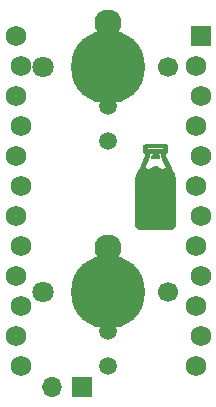
<source format=gbr>
%TF.GenerationSoftware,KiCad,Pcbnew,(7.0.0-0)*%
%TF.CreationDate,2023-02-20T11:28:14-08:00*%
%TF.ProjectId,choc_milk_keyboard,63686f63-5f6d-4696-9c6b-5f6b6579626f,rev?*%
%TF.SameCoordinates,Original*%
%TF.FileFunction,Soldermask,Top*%
%TF.FilePolarity,Negative*%
%FSLAX46Y46*%
G04 Gerber Fmt 4.6, Leading zero omitted, Abs format (unit mm)*
G04 Created by KiCad (PCBNEW (7.0.0-0)) date 2023-02-20 11:28:14*
%MOMM*%
%LPD*%
G01*
G04 APERTURE LIST*
%ADD10C,0.200000*%
%ADD11C,1.700000*%
%ADD12C,6.250000*%
%ADD13C,2.300000*%
%ADD14C,1.800000*%
%ADD15R,1.700000X1.700000*%
%ADD16O,1.700000X1.700000*%
%ADD17C,1.500000*%
%ADD18R,1.752600X1.752600*%
%ADD19C,1.752600*%
G04 APERTURE END LIST*
%TO.C,REF\u002A\u002A*%
G36*
X89226445Y-116982145D02*
G01*
X89232252Y-116982587D01*
X89237974Y-116983314D01*
X89243604Y-116984319D01*
X89249136Y-116985595D01*
X89254562Y-116987136D01*
X89259875Y-116988933D01*
X89265067Y-116990980D01*
X89270132Y-116993269D01*
X89275062Y-116995794D01*
X89279850Y-116998547D01*
X89284489Y-117001520D01*
X89288972Y-117004708D01*
X89293292Y-117008102D01*
X89297440Y-117011695D01*
X89301412Y-117015481D01*
X89305198Y-117019452D01*
X89308791Y-117023600D01*
X89312186Y-117027919D01*
X89315374Y-117032402D01*
X89318348Y-117037041D01*
X89321101Y-117041830D01*
X89323626Y-117046760D01*
X89325916Y-117051825D01*
X89327964Y-117057017D01*
X89329761Y-117062331D01*
X89331302Y-117067757D01*
X89332579Y-117073289D01*
X89333584Y-117078921D01*
X89334312Y-117084644D01*
X89334753Y-117090452D01*
X89334902Y-117096337D01*
X89334753Y-117102222D01*
X89334312Y-117108030D01*
X89333584Y-117113753D01*
X89332579Y-117119384D01*
X89331302Y-117124917D01*
X89329761Y-117130343D01*
X89327964Y-117135656D01*
X89325916Y-117140849D01*
X89323626Y-117145914D01*
X89321101Y-117150844D01*
X89318348Y-117155632D01*
X89315374Y-117160271D01*
X89312186Y-117164754D01*
X89308791Y-117169073D01*
X89305198Y-117173222D01*
X89301412Y-117177193D01*
X89297440Y-117180978D01*
X89293292Y-117184572D01*
X89288972Y-117187966D01*
X89284489Y-117191153D01*
X89279850Y-117194127D01*
X89275062Y-117196880D01*
X89270132Y-117199404D01*
X89265067Y-117201694D01*
X89259875Y-117203741D01*
X89254562Y-117205538D01*
X89249136Y-117207078D01*
X89243604Y-117208355D01*
X89237974Y-117209360D01*
X89232252Y-117210087D01*
X89226445Y-117210529D01*
X89220561Y-117210677D01*
X88789437Y-117210677D01*
X88783553Y-117210529D01*
X88777747Y-117210087D01*
X88772024Y-117209360D01*
X88766394Y-117208355D01*
X88760862Y-117207078D01*
X88755436Y-117205538D01*
X88750124Y-117203741D01*
X88744931Y-117201694D01*
X88739867Y-117199404D01*
X88734936Y-117196880D01*
X88730148Y-117194127D01*
X88725509Y-117191153D01*
X88721026Y-117187966D01*
X88716707Y-117184572D01*
X88712558Y-117180978D01*
X88708587Y-117177193D01*
X88704801Y-117173222D01*
X88701207Y-117169073D01*
X88697812Y-117164754D01*
X88694625Y-117160271D01*
X88691650Y-117155632D01*
X88688897Y-117150844D01*
X88686372Y-117145914D01*
X88684082Y-117140849D01*
X88682035Y-117135656D01*
X88680237Y-117130343D01*
X88678696Y-117124917D01*
X88677419Y-117119384D01*
X88676414Y-117113753D01*
X88675687Y-117108030D01*
X88675245Y-117102222D01*
X88675096Y-117096337D01*
X88675245Y-117090452D01*
X88675687Y-117084644D01*
X88676414Y-117078921D01*
X88677419Y-117073289D01*
X88678696Y-117067757D01*
X88680237Y-117062331D01*
X88682035Y-117057017D01*
X88684082Y-117051825D01*
X88686372Y-117046760D01*
X88688897Y-117041830D01*
X88691650Y-117037041D01*
X88694625Y-117032402D01*
X88697812Y-117027919D01*
X88701207Y-117023600D01*
X88704801Y-117019452D01*
X88708587Y-117015481D01*
X88712558Y-117011695D01*
X88716707Y-117008102D01*
X88721026Y-117004708D01*
X88725509Y-117001520D01*
X88730148Y-116998547D01*
X88734936Y-116995794D01*
X88739867Y-116993269D01*
X88744931Y-116990980D01*
X88750124Y-116988933D01*
X88755436Y-116987136D01*
X88760862Y-116985595D01*
X88766394Y-116984319D01*
X88772024Y-116983314D01*
X88777747Y-116982587D01*
X88783553Y-116982145D01*
X88789437Y-116981996D01*
X89220561Y-116981996D01*
X89226445Y-116982145D01*
G37*
D10*
X89226445Y-116982145D02*
X89232252Y-116982587D01*
X89237974Y-116983314D01*
X89243604Y-116984319D01*
X89249136Y-116985595D01*
X89254562Y-116987136D01*
X89259875Y-116988933D01*
X89265067Y-116990980D01*
X89270132Y-116993269D01*
X89275062Y-116995794D01*
X89279850Y-116998547D01*
X89284489Y-117001520D01*
X89288972Y-117004708D01*
X89293292Y-117008102D01*
X89297440Y-117011695D01*
X89301412Y-117015481D01*
X89305198Y-117019452D01*
X89308791Y-117023600D01*
X89312186Y-117027919D01*
X89315374Y-117032402D01*
X89318348Y-117037041D01*
X89321101Y-117041830D01*
X89323626Y-117046760D01*
X89325916Y-117051825D01*
X89327964Y-117057017D01*
X89329761Y-117062331D01*
X89331302Y-117067757D01*
X89332579Y-117073289D01*
X89333584Y-117078921D01*
X89334312Y-117084644D01*
X89334753Y-117090452D01*
X89334902Y-117096337D01*
X89334753Y-117102222D01*
X89334312Y-117108030D01*
X89333584Y-117113753D01*
X89332579Y-117119384D01*
X89331302Y-117124917D01*
X89329761Y-117130343D01*
X89327964Y-117135656D01*
X89325916Y-117140849D01*
X89323626Y-117145914D01*
X89321101Y-117150844D01*
X89318348Y-117155632D01*
X89315374Y-117160271D01*
X89312186Y-117164754D01*
X89308791Y-117169073D01*
X89305198Y-117173222D01*
X89301412Y-117177193D01*
X89297440Y-117180978D01*
X89293292Y-117184572D01*
X89288972Y-117187966D01*
X89284489Y-117191153D01*
X89279850Y-117194127D01*
X89275062Y-117196880D01*
X89270132Y-117199404D01*
X89265067Y-117201694D01*
X89259875Y-117203741D01*
X89254562Y-117205538D01*
X89249136Y-117207078D01*
X89243604Y-117208355D01*
X89237974Y-117209360D01*
X89232252Y-117210087D01*
X89226445Y-117210529D01*
X89220561Y-117210677D01*
X88789437Y-117210677D01*
X88783553Y-117210529D01*
X88777747Y-117210087D01*
X88772024Y-117209360D01*
X88766394Y-117208355D01*
X88760862Y-117207078D01*
X88755436Y-117205538D01*
X88750124Y-117203741D01*
X88744931Y-117201694D01*
X88739867Y-117199404D01*
X88734936Y-117196880D01*
X88730148Y-117194127D01*
X88725509Y-117191153D01*
X88721026Y-117187966D01*
X88716707Y-117184572D01*
X88712558Y-117180978D01*
X88708587Y-117177193D01*
X88704801Y-117173222D01*
X88701207Y-117169073D01*
X88697812Y-117164754D01*
X88694625Y-117160271D01*
X88691650Y-117155632D01*
X88688897Y-117150844D01*
X88686372Y-117145914D01*
X88684082Y-117140849D01*
X88682035Y-117135656D01*
X88680237Y-117130343D01*
X88678696Y-117124917D01*
X88677419Y-117119384D01*
X88676414Y-117113753D01*
X88675687Y-117108030D01*
X88675245Y-117102222D01*
X88675096Y-117096337D01*
X88675245Y-117090452D01*
X88675687Y-117084644D01*
X88676414Y-117078921D01*
X88677419Y-117073289D01*
X88678696Y-117067757D01*
X88680237Y-117062331D01*
X88682035Y-117057017D01*
X88684082Y-117051825D01*
X88686372Y-117046760D01*
X88688897Y-117041830D01*
X88691650Y-117037041D01*
X88694625Y-117032402D01*
X88697812Y-117027919D01*
X88701207Y-117023600D01*
X88704801Y-117019452D01*
X88708587Y-117015481D01*
X88712558Y-117011695D01*
X88716707Y-117008102D01*
X88721026Y-117004708D01*
X88725509Y-117001520D01*
X88730148Y-116998547D01*
X88734936Y-116995794D01*
X88739867Y-116993269D01*
X88744931Y-116990980D01*
X88750124Y-116988933D01*
X88755436Y-116987136D01*
X88760862Y-116985595D01*
X88766394Y-116984319D01*
X88772024Y-116983314D01*
X88777747Y-116982587D01*
X88783553Y-116982145D01*
X88789437Y-116981996D01*
X89220561Y-116981996D01*
X89226445Y-116982145D01*
G36*
X88065523Y-116181478D02*
G01*
X88065671Y-116175593D01*
X88066112Y-116169787D01*
X88066837Y-116164065D01*
X88067840Y-116158436D01*
X88069114Y-116152907D01*
X88070651Y-116147484D01*
X88072445Y-116142175D01*
X88074488Y-116136987D01*
X88076772Y-116131927D01*
X88079292Y-116127002D01*
X88082040Y-116122219D01*
X88085008Y-116117586D01*
X88088190Y-116113110D01*
X88091578Y-116108796D01*
X88095166Y-116104654D01*
X88098945Y-116100690D01*
X88102910Y-116096911D01*
X88107053Y-116093323D01*
X88111366Y-116089936D01*
X88115843Y-116086754D01*
X88120476Y-116083786D01*
X88125259Y-116081039D01*
X88130184Y-116078520D01*
X88135243Y-116076235D01*
X88140431Y-116074193D01*
X88145740Y-116072400D01*
X88151162Y-116070863D01*
X88156691Y-116069590D01*
X88162319Y-116068587D01*
X88168039Y-116067862D01*
X88173844Y-116067421D01*
X88179728Y-116067273D01*
X89830273Y-116067273D01*
X89836156Y-116067421D01*
X89841962Y-116067862D01*
X89847682Y-116068587D01*
X89853310Y-116069590D01*
X89858839Y-116070863D01*
X89864261Y-116072400D01*
X89869570Y-116074193D01*
X89874757Y-116076235D01*
X89879817Y-116078520D01*
X89884742Y-116081039D01*
X89889525Y-116083786D01*
X89894158Y-116086754D01*
X89898635Y-116089936D01*
X89902948Y-116093323D01*
X89907091Y-116096911D01*
X89911055Y-116100690D01*
X89914835Y-116104654D01*
X89918422Y-116108796D01*
X89921811Y-116113110D01*
X89924993Y-116117586D01*
X89927961Y-116122219D01*
X89930709Y-116127002D01*
X89933228Y-116131927D01*
X89935513Y-116136987D01*
X89937556Y-116142175D01*
X89939350Y-116147484D01*
X89940887Y-116152907D01*
X89942161Y-116158436D01*
X89943164Y-116164065D01*
X89943889Y-116169787D01*
X89944329Y-116175593D01*
X89944478Y-116181478D01*
X89944478Y-116638814D01*
X89944329Y-116644700D01*
X89943889Y-116650511D01*
X89943164Y-116656240D01*
X89942161Y-116661878D01*
X89940887Y-116667419D01*
X89939350Y-116672856D01*
X89937556Y-116678180D01*
X89935513Y-116683386D01*
X89933228Y-116688465D01*
X89930709Y-116693410D01*
X89927961Y-116698214D01*
X89924993Y-116702869D01*
X89921811Y-116707369D01*
X89918422Y-116711706D01*
X89914835Y-116715872D01*
X89911055Y-116719861D01*
X89907091Y-116723664D01*
X89902948Y-116727275D01*
X89898635Y-116730687D01*
X89894158Y-116733891D01*
X89889525Y-116736881D01*
X89884742Y-116739650D01*
X89879817Y-116742190D01*
X89874757Y-116744493D01*
X89869570Y-116746553D01*
X89864261Y-116748361D01*
X89858839Y-116749912D01*
X89853310Y-116751197D01*
X89847682Y-116752209D01*
X89841962Y-116752942D01*
X89836156Y-116753386D01*
X89830273Y-116753536D01*
X89792033Y-116753536D01*
X89792033Y-117069279D01*
X90483980Y-118440255D01*
X90499491Y-118472663D01*
X90514511Y-118507349D01*
X90528969Y-118544021D01*
X90542796Y-118582387D01*
X90555920Y-118622155D01*
X90568272Y-118663034D01*
X90579781Y-118704730D01*
X90590377Y-118746952D01*
X90599990Y-118789409D01*
X90608549Y-118831808D01*
X90615985Y-118873857D01*
X90622226Y-118915265D01*
X90627202Y-118955739D01*
X90630844Y-118994988D01*
X90633080Y-119032719D01*
X90633842Y-119068640D01*
X90633842Y-122813115D01*
X90633295Y-122834657D01*
X90631675Y-122855922D01*
X90629006Y-122876883D01*
X90625316Y-122897514D01*
X90620630Y-122917789D01*
X90614976Y-122937679D01*
X90608380Y-122957159D01*
X90600868Y-122976202D01*
X90592466Y-122994781D01*
X90583203Y-123012870D01*
X90573103Y-123030441D01*
X90562193Y-123047469D01*
X90550500Y-123063926D01*
X90538050Y-123079786D01*
X90524870Y-123095022D01*
X90510986Y-123109608D01*
X90496425Y-123123516D01*
X90481213Y-123136721D01*
X90465377Y-123149195D01*
X90448943Y-123160911D01*
X90431938Y-123171844D01*
X90414388Y-123181965D01*
X90396319Y-123191250D01*
X90377759Y-123199671D01*
X90358733Y-123207200D01*
X90339268Y-123213813D01*
X90319391Y-123219481D01*
X90299128Y-123224179D01*
X90278505Y-123227879D01*
X90257550Y-123230555D01*
X90236288Y-123232180D01*
X90214746Y-123232727D01*
X87795255Y-123232727D01*
X87773713Y-123232180D01*
X87752451Y-123230555D01*
X87731496Y-123227879D01*
X87710873Y-123224179D01*
X87690610Y-123219481D01*
X87670733Y-123213813D01*
X87651268Y-123207200D01*
X87632242Y-123199671D01*
X87613682Y-123191250D01*
X87595613Y-123181965D01*
X87578063Y-123171844D01*
X87561058Y-123160911D01*
X87544624Y-123149195D01*
X87528787Y-123136721D01*
X87513576Y-123123516D01*
X87499014Y-123109608D01*
X87485131Y-123095022D01*
X87471951Y-123079786D01*
X87459501Y-123063926D01*
X87447808Y-123047469D01*
X87436898Y-123030441D01*
X87426798Y-123012870D01*
X87417534Y-122994781D01*
X87409133Y-122976202D01*
X87401621Y-122957159D01*
X87395025Y-122937679D01*
X87389371Y-122917789D01*
X87384685Y-122897514D01*
X87380995Y-122876883D01*
X87378326Y-122855922D01*
X87376705Y-122834657D01*
X87376159Y-122813115D01*
X87376159Y-119068640D01*
X87376920Y-119032716D01*
X87379157Y-118994983D01*
X87382798Y-118955734D01*
X87387775Y-118915259D01*
X87394016Y-118873851D01*
X87401451Y-118831801D01*
X87410011Y-118789403D01*
X87419624Y-118746947D01*
X87430220Y-118704725D01*
X87441729Y-118663030D01*
X87454081Y-118622152D01*
X87467205Y-118582385D01*
X87481032Y-118544020D01*
X87495490Y-118507348D01*
X87510510Y-118472663D01*
X87526021Y-118440255D01*
X87743281Y-118009790D01*
X87998860Y-118009790D01*
X88014046Y-118014993D01*
X88028685Y-118020552D01*
X88042801Y-118026433D01*
X88056418Y-118032605D01*
X88069560Y-118039034D01*
X88082249Y-118045686D01*
X88094511Y-118052530D01*
X88106369Y-118059532D01*
X88117847Y-118066659D01*
X88128968Y-118073877D01*
X88150237Y-118088459D01*
X88170366Y-118103014D01*
X88189546Y-118117277D01*
X88214274Y-118135601D01*
X88238170Y-118152334D01*
X88250095Y-118160022D01*
X88262159Y-118167213D01*
X88274478Y-118173875D01*
X88287167Y-118179976D01*
X88300342Y-118185481D01*
X88314119Y-118190359D01*
X88328613Y-118194577D01*
X88343940Y-118198101D01*
X88360215Y-118200900D01*
X88377555Y-118202939D01*
X88396074Y-118204187D01*
X88415889Y-118204610D01*
X88435698Y-118204187D01*
X88454201Y-118202939D01*
X88471515Y-118200900D01*
X88487758Y-118198101D01*
X88503045Y-118194577D01*
X88517496Y-118190359D01*
X88531226Y-118185481D01*
X88544352Y-118179976D01*
X88556993Y-118173875D01*
X88569266Y-118167213D01*
X88581286Y-118160022D01*
X88593172Y-118152334D01*
X88605041Y-118144183D01*
X88617010Y-118135601D01*
X88641715Y-118117277D01*
X88672465Y-118094570D01*
X88705828Y-118071545D01*
X88723735Y-118060236D01*
X88742592Y-118049234D01*
X88762495Y-118038669D01*
X88783545Y-118028668D01*
X88805838Y-118019361D01*
X88829474Y-118010877D01*
X88854551Y-118003345D01*
X88881168Y-117996893D01*
X88909423Y-117991651D01*
X88939414Y-117987747D01*
X88971241Y-117985310D01*
X89005000Y-117984469D01*
X89022127Y-117984682D01*
X89038758Y-117985309D01*
X89054905Y-117986336D01*
X89070582Y-117987746D01*
X89085800Y-117989522D01*
X89100572Y-117991649D01*
X89114910Y-117994111D01*
X89128826Y-117996891D01*
X89142333Y-117999973D01*
X89155443Y-118003342D01*
X89180520Y-118010873D01*
X89204157Y-118019356D01*
X89226451Y-118028662D01*
X89247501Y-118038662D01*
X89267405Y-118049228D01*
X89286262Y-118060229D01*
X89304171Y-118071539D01*
X89321229Y-118083027D01*
X89337535Y-118094566D01*
X89368286Y-118117277D01*
X89393010Y-118135597D01*
X89416905Y-118152327D01*
X89428831Y-118160015D01*
X89440896Y-118167206D01*
X89453216Y-118173869D01*
X89465907Y-118179970D01*
X89479083Y-118185476D01*
X89492861Y-118190355D01*
X89507356Y-118194574D01*
X89522684Y-118198099D01*
X89538959Y-118200898D01*
X89556298Y-118202939D01*
X89574816Y-118204187D01*
X89594628Y-118204610D01*
X89614435Y-118204187D01*
X89632937Y-118202939D01*
X89650250Y-118200898D01*
X89666493Y-118198099D01*
X89681781Y-118194574D01*
X89696232Y-118190355D01*
X89709963Y-118185476D01*
X89723092Y-118179970D01*
X89735734Y-118173869D01*
X89748007Y-118167206D01*
X89760029Y-118160015D01*
X89771916Y-118152327D01*
X89783784Y-118144177D01*
X89795753Y-118135597D01*
X89820454Y-118117277D01*
X89839631Y-118103014D01*
X89859759Y-118088459D01*
X89881030Y-118073877D01*
X89903632Y-118059532D01*
X89915491Y-118052530D01*
X89927754Y-118045686D01*
X89940445Y-118039034D01*
X89953587Y-118032605D01*
X89967204Y-118026433D01*
X89981319Y-118020552D01*
X89995957Y-118014993D01*
X90011141Y-118009790D01*
X89576025Y-117147827D01*
X89574557Y-117144811D01*
X89573176Y-117141754D01*
X89571885Y-117138659D01*
X89570685Y-117135529D01*
X89569575Y-117132367D01*
X89568557Y-117129174D01*
X89567631Y-117125954D01*
X89566799Y-117122709D01*
X89566062Y-117119442D01*
X89565420Y-117116154D01*
X89564875Y-117112849D01*
X89564426Y-117109529D01*
X89564076Y-117106197D01*
X89563825Y-117102855D01*
X89563673Y-117099505D01*
X89563623Y-117096151D01*
X89563623Y-116753536D01*
X88446378Y-116753536D01*
X88446378Y-117096151D01*
X88446327Y-117099505D01*
X88446176Y-117102855D01*
X88445925Y-117106197D01*
X88445574Y-117109529D01*
X88445126Y-117112849D01*
X88444580Y-117116154D01*
X88443938Y-117119442D01*
X88443201Y-117122709D01*
X88442369Y-117125954D01*
X88441444Y-117129174D01*
X88440426Y-117132367D01*
X88439316Y-117135529D01*
X88438115Y-117138659D01*
X88436824Y-117141754D01*
X88435444Y-117144811D01*
X88433976Y-117147827D01*
X87998860Y-118009790D01*
X87743281Y-118009790D01*
X88217968Y-117069279D01*
X88217968Y-116753536D01*
X88179728Y-116753536D01*
X88173844Y-116753386D01*
X88168039Y-116752942D01*
X88162319Y-116752209D01*
X88156691Y-116751197D01*
X88151162Y-116749912D01*
X88145740Y-116748361D01*
X88140431Y-116746553D01*
X88135243Y-116744493D01*
X88130184Y-116742190D01*
X88125259Y-116739650D01*
X88120476Y-116736881D01*
X88115843Y-116733891D01*
X88111366Y-116730687D01*
X88107053Y-116727275D01*
X88102910Y-116723664D01*
X88098945Y-116719861D01*
X88095166Y-116715872D01*
X88091578Y-116711706D01*
X88088190Y-116707369D01*
X88085008Y-116702869D01*
X88082040Y-116698214D01*
X88079292Y-116693410D01*
X88076772Y-116688465D01*
X88074488Y-116683386D01*
X88072445Y-116678180D01*
X88070651Y-116672856D01*
X88069114Y-116667419D01*
X88067840Y-116661878D01*
X88066837Y-116656240D01*
X88066112Y-116650511D01*
X88065671Y-116644700D01*
X88065523Y-116638814D01*
X88065523Y-116524609D01*
X88065523Y-116296200D01*
X88293933Y-116296200D01*
X88293933Y-116524609D01*
X89716068Y-116524609D01*
X89716068Y-116296200D01*
X88293933Y-116296200D01*
X88065523Y-116296200D01*
X88065523Y-116181478D01*
G37*
X88065523Y-116181478D02*
X88065671Y-116175593D01*
X88066112Y-116169787D01*
X88066837Y-116164065D01*
X88067840Y-116158436D01*
X88069114Y-116152907D01*
X88070651Y-116147484D01*
X88072445Y-116142175D01*
X88074488Y-116136987D01*
X88076772Y-116131927D01*
X88079292Y-116127002D01*
X88082040Y-116122219D01*
X88085008Y-116117586D01*
X88088190Y-116113110D01*
X88091578Y-116108796D01*
X88095166Y-116104654D01*
X88098945Y-116100690D01*
X88102910Y-116096911D01*
X88107053Y-116093323D01*
X88111366Y-116089936D01*
X88115843Y-116086754D01*
X88120476Y-116083786D01*
X88125259Y-116081039D01*
X88130184Y-116078520D01*
X88135243Y-116076235D01*
X88140431Y-116074193D01*
X88145740Y-116072400D01*
X88151162Y-116070863D01*
X88156691Y-116069590D01*
X88162319Y-116068587D01*
X88168039Y-116067862D01*
X88173844Y-116067421D01*
X88179728Y-116067273D01*
X89830273Y-116067273D01*
X89836156Y-116067421D01*
X89841962Y-116067862D01*
X89847682Y-116068587D01*
X89853310Y-116069590D01*
X89858839Y-116070863D01*
X89864261Y-116072400D01*
X89869570Y-116074193D01*
X89874757Y-116076235D01*
X89879817Y-116078520D01*
X89884742Y-116081039D01*
X89889525Y-116083786D01*
X89894158Y-116086754D01*
X89898635Y-116089936D01*
X89902948Y-116093323D01*
X89907091Y-116096911D01*
X89911055Y-116100690D01*
X89914835Y-116104654D01*
X89918422Y-116108796D01*
X89921811Y-116113110D01*
X89924993Y-116117586D01*
X89927961Y-116122219D01*
X89930709Y-116127002D01*
X89933228Y-116131927D01*
X89935513Y-116136987D01*
X89937556Y-116142175D01*
X89939350Y-116147484D01*
X89940887Y-116152907D01*
X89942161Y-116158436D01*
X89943164Y-116164065D01*
X89943889Y-116169787D01*
X89944329Y-116175593D01*
X89944478Y-116181478D01*
X89944478Y-116638814D01*
X89944329Y-116644700D01*
X89943889Y-116650511D01*
X89943164Y-116656240D01*
X89942161Y-116661878D01*
X89940887Y-116667419D01*
X89939350Y-116672856D01*
X89937556Y-116678180D01*
X89935513Y-116683386D01*
X89933228Y-116688465D01*
X89930709Y-116693410D01*
X89927961Y-116698214D01*
X89924993Y-116702869D01*
X89921811Y-116707369D01*
X89918422Y-116711706D01*
X89914835Y-116715872D01*
X89911055Y-116719861D01*
X89907091Y-116723664D01*
X89902948Y-116727275D01*
X89898635Y-116730687D01*
X89894158Y-116733891D01*
X89889525Y-116736881D01*
X89884742Y-116739650D01*
X89879817Y-116742190D01*
X89874757Y-116744493D01*
X89869570Y-116746553D01*
X89864261Y-116748361D01*
X89858839Y-116749912D01*
X89853310Y-116751197D01*
X89847682Y-116752209D01*
X89841962Y-116752942D01*
X89836156Y-116753386D01*
X89830273Y-116753536D01*
X89792033Y-116753536D01*
X89792033Y-117069279D01*
X90483980Y-118440255D01*
X90499491Y-118472663D01*
X90514511Y-118507349D01*
X90528969Y-118544021D01*
X90542796Y-118582387D01*
X90555920Y-118622155D01*
X90568272Y-118663034D01*
X90579781Y-118704730D01*
X90590377Y-118746952D01*
X90599990Y-118789409D01*
X90608549Y-118831808D01*
X90615985Y-118873857D01*
X90622226Y-118915265D01*
X90627202Y-118955739D01*
X90630844Y-118994988D01*
X90633080Y-119032719D01*
X90633842Y-119068640D01*
X90633842Y-122813115D01*
X90633295Y-122834657D01*
X90631675Y-122855922D01*
X90629006Y-122876883D01*
X90625316Y-122897514D01*
X90620630Y-122917789D01*
X90614976Y-122937679D01*
X90608380Y-122957159D01*
X90600868Y-122976202D01*
X90592466Y-122994781D01*
X90583203Y-123012870D01*
X90573103Y-123030441D01*
X90562193Y-123047469D01*
X90550500Y-123063926D01*
X90538050Y-123079786D01*
X90524870Y-123095022D01*
X90510986Y-123109608D01*
X90496425Y-123123516D01*
X90481213Y-123136721D01*
X90465377Y-123149195D01*
X90448943Y-123160911D01*
X90431938Y-123171844D01*
X90414388Y-123181965D01*
X90396319Y-123191250D01*
X90377759Y-123199671D01*
X90358733Y-123207200D01*
X90339268Y-123213813D01*
X90319391Y-123219481D01*
X90299128Y-123224179D01*
X90278505Y-123227879D01*
X90257550Y-123230555D01*
X90236288Y-123232180D01*
X90214746Y-123232727D01*
X87795255Y-123232727D01*
X87773713Y-123232180D01*
X87752451Y-123230555D01*
X87731496Y-123227879D01*
X87710873Y-123224179D01*
X87690610Y-123219481D01*
X87670733Y-123213813D01*
X87651268Y-123207200D01*
X87632242Y-123199671D01*
X87613682Y-123191250D01*
X87595613Y-123181965D01*
X87578063Y-123171844D01*
X87561058Y-123160911D01*
X87544624Y-123149195D01*
X87528787Y-123136721D01*
X87513576Y-123123516D01*
X87499014Y-123109608D01*
X87485131Y-123095022D01*
X87471951Y-123079786D01*
X87459501Y-123063926D01*
X87447808Y-123047469D01*
X87436898Y-123030441D01*
X87426798Y-123012870D01*
X87417534Y-122994781D01*
X87409133Y-122976202D01*
X87401621Y-122957159D01*
X87395025Y-122937679D01*
X87389371Y-122917789D01*
X87384685Y-122897514D01*
X87380995Y-122876883D01*
X87378326Y-122855922D01*
X87376705Y-122834657D01*
X87376159Y-122813115D01*
X87376159Y-119068640D01*
X87376920Y-119032716D01*
X87379157Y-118994983D01*
X87382798Y-118955734D01*
X87387775Y-118915259D01*
X87394016Y-118873851D01*
X87401451Y-118831801D01*
X87410011Y-118789403D01*
X87419624Y-118746947D01*
X87430220Y-118704725D01*
X87441729Y-118663030D01*
X87454081Y-118622152D01*
X87467205Y-118582385D01*
X87481032Y-118544020D01*
X87495490Y-118507348D01*
X87510510Y-118472663D01*
X87526021Y-118440255D01*
X87743281Y-118009790D01*
X87998860Y-118009790D01*
X88014046Y-118014993D01*
X88028685Y-118020552D01*
X88042801Y-118026433D01*
X88056418Y-118032605D01*
X88069560Y-118039034D01*
X88082249Y-118045686D01*
X88094511Y-118052530D01*
X88106369Y-118059532D01*
X88117847Y-118066659D01*
X88128968Y-118073877D01*
X88150237Y-118088459D01*
X88170366Y-118103014D01*
X88189546Y-118117277D01*
X88214274Y-118135601D01*
X88238170Y-118152334D01*
X88250095Y-118160022D01*
X88262159Y-118167213D01*
X88274478Y-118173875D01*
X88287167Y-118179976D01*
X88300342Y-118185481D01*
X88314119Y-118190359D01*
X88328613Y-118194577D01*
X88343940Y-118198101D01*
X88360215Y-118200900D01*
X88377555Y-118202939D01*
X88396074Y-118204187D01*
X88415889Y-118204610D01*
X88435698Y-118204187D01*
X88454201Y-118202939D01*
X88471515Y-118200900D01*
X88487758Y-118198101D01*
X88503045Y-118194577D01*
X88517496Y-118190359D01*
X88531226Y-118185481D01*
X88544352Y-118179976D01*
X88556993Y-118173875D01*
X88569266Y-118167213D01*
X88581286Y-118160022D01*
X88593172Y-118152334D01*
X88605041Y-118144183D01*
X88617010Y-118135601D01*
X88641715Y-118117277D01*
X88672465Y-118094570D01*
X88705828Y-118071545D01*
X88723735Y-118060236D01*
X88742592Y-118049234D01*
X88762495Y-118038669D01*
X88783545Y-118028668D01*
X88805838Y-118019361D01*
X88829474Y-118010877D01*
X88854551Y-118003345D01*
X88881168Y-117996893D01*
X88909423Y-117991651D01*
X88939414Y-117987747D01*
X88971241Y-117985310D01*
X89005000Y-117984469D01*
X89022127Y-117984682D01*
X89038758Y-117985309D01*
X89054905Y-117986336D01*
X89070582Y-117987746D01*
X89085800Y-117989522D01*
X89100572Y-117991649D01*
X89114910Y-117994111D01*
X89128826Y-117996891D01*
X89142333Y-117999973D01*
X89155443Y-118003342D01*
X89180520Y-118010873D01*
X89204157Y-118019356D01*
X89226451Y-118028662D01*
X89247501Y-118038662D01*
X89267405Y-118049228D01*
X89286262Y-118060229D01*
X89304171Y-118071539D01*
X89321229Y-118083027D01*
X89337535Y-118094566D01*
X89368286Y-118117277D01*
X89393010Y-118135597D01*
X89416905Y-118152327D01*
X89428831Y-118160015D01*
X89440896Y-118167206D01*
X89453216Y-118173869D01*
X89465907Y-118179970D01*
X89479083Y-118185476D01*
X89492861Y-118190355D01*
X89507356Y-118194574D01*
X89522684Y-118198099D01*
X89538959Y-118200898D01*
X89556298Y-118202939D01*
X89574816Y-118204187D01*
X89594628Y-118204610D01*
X89614435Y-118204187D01*
X89632937Y-118202939D01*
X89650250Y-118200898D01*
X89666493Y-118198099D01*
X89681781Y-118194574D01*
X89696232Y-118190355D01*
X89709963Y-118185476D01*
X89723092Y-118179970D01*
X89735734Y-118173869D01*
X89748007Y-118167206D01*
X89760029Y-118160015D01*
X89771916Y-118152327D01*
X89783784Y-118144177D01*
X89795753Y-118135597D01*
X89820454Y-118117277D01*
X89839631Y-118103014D01*
X89859759Y-118088459D01*
X89881030Y-118073877D01*
X89903632Y-118059532D01*
X89915491Y-118052530D01*
X89927754Y-118045686D01*
X89940445Y-118039034D01*
X89953587Y-118032605D01*
X89967204Y-118026433D01*
X89981319Y-118020552D01*
X89995957Y-118014993D01*
X90011141Y-118009790D01*
X89576025Y-117147827D01*
X89574557Y-117144811D01*
X89573176Y-117141754D01*
X89571885Y-117138659D01*
X89570685Y-117135529D01*
X89569575Y-117132367D01*
X89568557Y-117129174D01*
X89567631Y-117125954D01*
X89566799Y-117122709D01*
X89566062Y-117119442D01*
X89565420Y-117116154D01*
X89564875Y-117112849D01*
X89564426Y-117109529D01*
X89564076Y-117106197D01*
X89563825Y-117102855D01*
X89563673Y-117099505D01*
X89563623Y-117096151D01*
X89563623Y-116753536D01*
X88446378Y-116753536D01*
X88446378Y-117096151D01*
X88446327Y-117099505D01*
X88446176Y-117102855D01*
X88445925Y-117106197D01*
X88445574Y-117109529D01*
X88445126Y-117112849D01*
X88444580Y-117116154D01*
X88443938Y-117119442D01*
X88443201Y-117122709D01*
X88442369Y-117125954D01*
X88441444Y-117129174D01*
X88440426Y-117132367D01*
X88439316Y-117135529D01*
X88438115Y-117138659D01*
X88436824Y-117141754D01*
X88435444Y-117144811D01*
X88433976Y-117147827D01*
X87998860Y-118009790D01*
X87743281Y-118009790D01*
X88217968Y-117069279D01*
X88217968Y-116753536D01*
X88179728Y-116753536D01*
X88173844Y-116753386D01*
X88168039Y-116752942D01*
X88162319Y-116752209D01*
X88156691Y-116751197D01*
X88151162Y-116749912D01*
X88145740Y-116748361D01*
X88140431Y-116746553D01*
X88135243Y-116744493D01*
X88130184Y-116742190D01*
X88125259Y-116739650D01*
X88120476Y-116736881D01*
X88115843Y-116733891D01*
X88111366Y-116730687D01*
X88107053Y-116727275D01*
X88102910Y-116723664D01*
X88098945Y-116719861D01*
X88095166Y-116715872D01*
X88091578Y-116711706D01*
X88088190Y-116707369D01*
X88085008Y-116702869D01*
X88082040Y-116698214D01*
X88079292Y-116693410D01*
X88076772Y-116688465D01*
X88074488Y-116683386D01*
X88072445Y-116678180D01*
X88070651Y-116672856D01*
X88069114Y-116667419D01*
X88067840Y-116661878D01*
X88066837Y-116656240D01*
X88066112Y-116650511D01*
X88065671Y-116644700D01*
X88065523Y-116638814D01*
X88065523Y-116524609D01*
X88065523Y-116296200D01*
X88293933Y-116296200D01*
X88293933Y-116524609D01*
X89716068Y-116524609D01*
X89716068Y-116296200D01*
X88293933Y-116296200D01*
X88065523Y-116296200D01*
X88065523Y-116181478D01*
%TD*%
D11*
%TO.C,SW1*%
X90043000Y-128524000D03*
D12*
X84963000Y-128524000D03*
D13*
X84963000Y-124824000D03*
D14*
X79463000Y-128524000D03*
%TD*%
D15*
%TO.C,J1*%
X82809999Y-136609999D03*
D16*
X80269999Y-136609999D03*
%TD*%
D11*
%TO.C,SW2*%
X90043000Y-109474000D03*
D12*
X84963000Y-109474000D03*
D13*
X84963000Y-105774000D03*
D14*
X79463000Y-109474000D03*
%TD*%
D17*
%TO.C,LED2*%
X84963000Y-112800000D03*
X84963000Y-115800000D03*
%TD*%
%TO.C,LED1*%
X84963000Y-131850000D03*
X84963000Y-134850000D03*
%TD*%
D18*
%TO.C,U1*%
X92848599Y-106883999D03*
D19*
X92391400Y-109424000D03*
X92848600Y-111964000D03*
X92391400Y-114504000D03*
X92848600Y-117044000D03*
X92391400Y-119584000D03*
X92848600Y-122124000D03*
X92391400Y-124664000D03*
X92848600Y-127204000D03*
X92391400Y-129744000D03*
X92848600Y-132284000D03*
X92391400Y-134824000D03*
X77608600Y-134824000D03*
X77151400Y-132284000D03*
X77608600Y-129744000D03*
X77151400Y-127204000D03*
X77608600Y-124664000D03*
X77151400Y-122124000D03*
X77608600Y-119584000D03*
X77151400Y-117044000D03*
X77608600Y-114504000D03*
X77151400Y-111964000D03*
X77608600Y-109424000D03*
X77151400Y-106884000D03*
%TD*%
M02*

</source>
